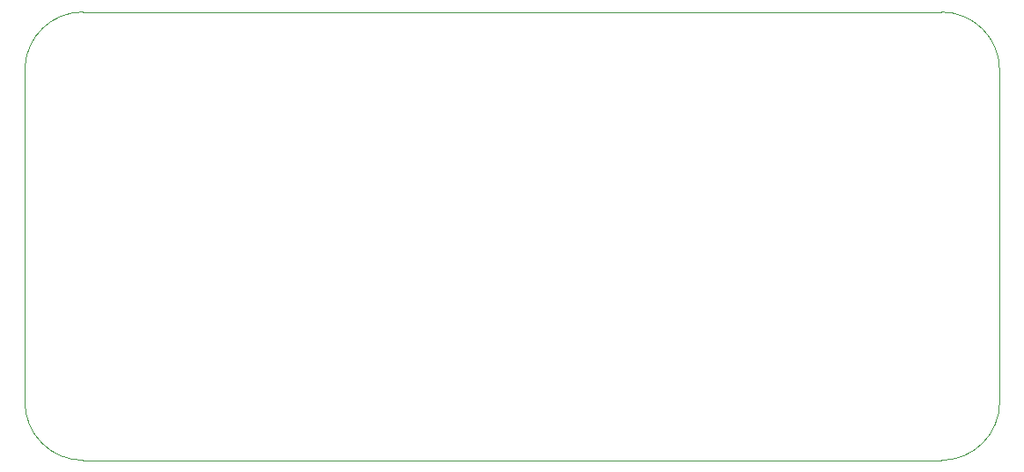
<source format=gbr>
%TF.GenerationSoftware,KiCad,Pcbnew,(6.0.0)*%
%TF.CreationDate,2022-01-04T00:37:29-05:00*%
%TF.ProjectId,spi led breakout,73706920-6c65-4642-9062-7265616b6f75,rev?*%
%TF.SameCoordinates,Original*%
%TF.FileFunction,Profile,NP*%
%FSLAX46Y46*%
G04 Gerber Fmt 4.6, Leading zero omitted, Abs format (unit mm)*
G04 Created by KiCad (PCBNEW (6.0.0)) date 2022-01-04 00:37:29*
%MOMM*%
%LPD*%
G01*
G04 APERTURE LIST*
%TA.AperFunction,Profile*%
%ADD10C,0.100000*%
%TD*%
G04 APERTURE END LIST*
D10*
X190754000Y-128270000D02*
G75*
G03*
X196342000Y-122682000I1J5587999D01*
G01*
X108204000Y-85084231D02*
G75*
G03*
X102616001Y-90424000I1J-5593770D01*
G01*
X196342000Y-90678000D02*
G75*
G03*
X190754000Y-85090000I-5587999J1D01*
G01*
X102616001Y-90424000D02*
X102616000Y-122682000D01*
X102616000Y-122682000D02*
G75*
G03*
X108204000Y-128270000I5587999J-1D01*
G01*
X108204000Y-128270000D02*
X190754000Y-128270000D01*
X108204000Y-85084231D02*
X190754000Y-85090000D01*
X196342000Y-90678000D02*
X196342000Y-122682000D01*
M02*

</source>
